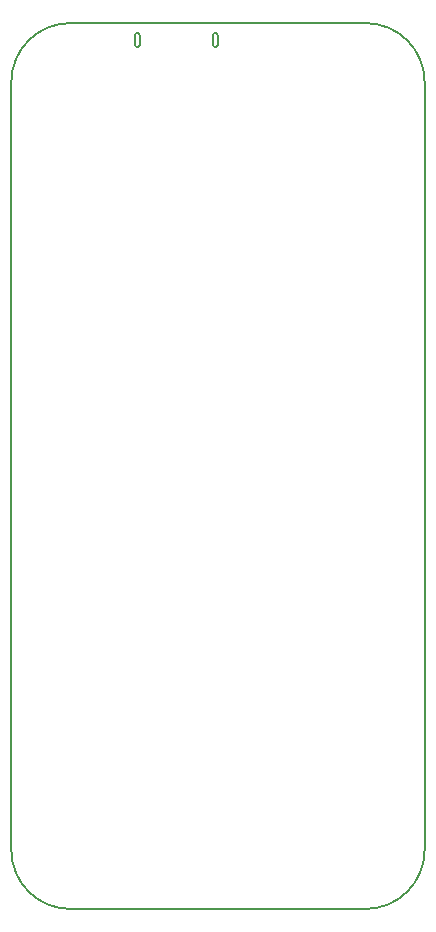
<source format=gbr>
G04 #@! TF.GenerationSoftware,KiCad,Pcbnew,5.1.8+dfsg1-1~bpo10+1*
G04 #@! TF.CreationDate,2021-01-22T07:11:30+01:00*
G04 #@! TF.ProjectId,easyhive,65617379-6869-4766-952e-6b696361645f,rev?*
G04 #@! TF.SameCoordinates,Original*
G04 #@! TF.FileFunction,Profile,NP*
%FSLAX46Y46*%
G04 Gerber Fmt 4.6, Leading zero omitted, Abs format (unit mm)*
G04 Created by KiCad (PCBNEW 5.1.8+dfsg1-1~bpo10+1) date 2021-01-22 07:11:30*
%MOMM*%
%LPD*%
G01*
G04 APERTURE LIST*
G04 #@! TA.AperFunction,Profile*
%ADD10C,0.150000*%
G04 #@! TD*
G04 #@! TA.AperFunction,Profile*
%ADD11C,0.127000*%
G04 #@! TD*
G04 APERTURE END LIST*
D10*
X166001100Y-137503600D02*
X166001100Y-72503600D01*
X136001100Y-142503600D02*
X161001100Y-142503600D01*
X131001100Y-72503600D02*
X131001100Y-137503600D01*
X166001100Y-72503600D02*
G75*
G03*
X161001100Y-67503600I-5000000J0D01*
G01*
X161001100Y-142503600D02*
G75*
G03*
X166001100Y-137503600I0J5000000D01*
G01*
X131001100Y-137503600D02*
G75*
G03*
X136001100Y-142503600I5000000J0D01*
G01*
X136001100Y-67503600D02*
X161001100Y-67503600D01*
X136001100Y-67503600D02*
G75*
G03*
X131001100Y-72503600I0J-5000000D01*
G01*
D11*
X148071100Y-69337600D02*
X148071100Y-68537600D01*
X148471100Y-68537600D02*
X148471100Y-69337600D01*
X141471100Y-69337600D02*
X141471100Y-68537600D01*
X141871100Y-69337600D02*
X141871100Y-68537600D01*
X141871100Y-68537600D02*
G75*
G03*
X141471100Y-68537600I-200000J0D01*
G01*
X141471100Y-69337600D02*
G75*
G03*
X141871100Y-69337600I200000J0D01*
G01*
X148471100Y-68537600D02*
G75*
G03*
X148071100Y-68537600I-200000J0D01*
G01*
X148071100Y-69337600D02*
G75*
G03*
X148471100Y-69337600I200000J0D01*
G01*
M02*

</source>
